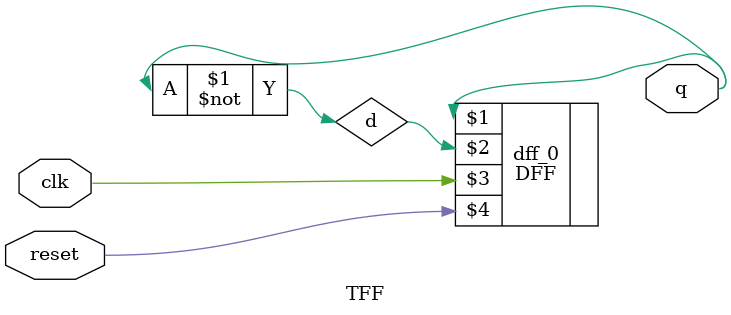
<source format=v>
`timescale 1ns / 1ps
`include "DFF.v"
module TFF(q,clk,reset);

output q;
input clk, reset;
wire d;

DFF dff_0 (q,d,clk,reset);
not n1(d,q);

endmodule

</source>
